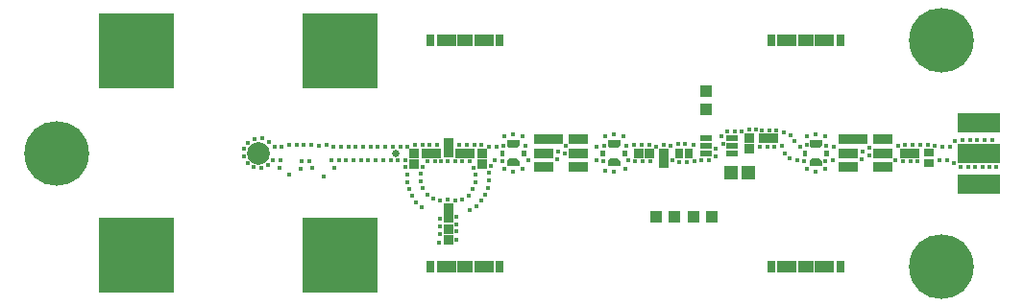
<source format=gbr>
G04*
G04 #@! TF.GenerationSoftware,Altium Limited,Altium Designer,24.9.1 (31)*
G04*
G04 Layer_Color=8388736*
%FSLAX25Y25*%
%MOIN*%
G70*
G04*
G04 #@! TF.SameCoordinates,BE83DA22-E0C5-4DDF-BF2C-7847B46FCBB1*
G04*
G04*
G04 #@! TF.FilePolarity,Negative*
G04*
G01*
G75*
%ADD32R,0.04737X0.04540*%
%ADD33R,0.03398X0.03241*%
%ADD34R,0.03241X0.03398*%
%ADD35R,0.01575X0.01968*%
%ADD36R,0.01968X0.01968*%
%ADD37R,0.03162X0.04343*%
%ADD38R,0.06706X0.04343*%
%ADD39R,0.05524X0.04343*%
%ADD40R,0.03674X0.02808*%
%ADD41R,0.07099X0.03359*%
%ADD42R,0.10052X0.03359*%
%ADD43R,0.14580X0.06706*%
%ADD44R,0.02808X0.03674*%
%ADD45R,0.04147X0.02375*%
%ADD46R,0.26391X0.26391*%
%ADD47R,0.04343X0.04147*%
%ADD48R,0.03950X0.03950*%
%ADD49R,0.04147X0.04343*%
%ADD50C,0.07887*%
%ADD51C,0.22453*%
%ADD52C,0.01575*%
%ADD53C,0.02572*%
G36*
X281299Y61732D02*
X280394Y60827D01*
X277874D01*
X276969Y61732D01*
Y63583D01*
X281299D01*
Y61732D01*
D02*
G37*
G36*
X176296D02*
X175391Y60827D01*
X172871D01*
X171966Y61732D01*
Y63583D01*
X176296D01*
Y61732D01*
D02*
G37*
G36*
X211244Y61732D02*
X210338Y60827D01*
X207818D01*
X206913Y61732D01*
Y63583D01*
X211244D01*
Y61732D01*
D02*
G37*
G36*
X283661Y58071D02*
X282087D01*
Y60039D01*
X283661D01*
Y58071D01*
D02*
G37*
G36*
X276181D02*
X274606D01*
Y60039D01*
X276181D01*
Y58071D01*
D02*
G37*
G36*
X178658D02*
X177084D01*
Y60039D01*
X178658D01*
Y58071D01*
D02*
G37*
G36*
X171178D02*
X169603D01*
Y60039D01*
X171178D01*
Y58071D01*
D02*
G37*
G36*
X213606Y58071D02*
X212031D01*
Y60039D01*
X213606D01*
Y58071D01*
D02*
G37*
G36*
X206125D02*
X204551D01*
Y60039D01*
X206125D01*
Y58071D01*
D02*
G37*
G36*
X281299Y56378D02*
Y54528D01*
X276969D01*
Y56378D01*
X277874Y57284D01*
X280394D01*
X281299Y56378D01*
D02*
G37*
G36*
X176296D02*
Y54528D01*
X171966D01*
Y56378D01*
X172871Y57284D01*
X175391D01*
X176296Y56378D01*
D02*
G37*
G36*
X211244Y56378D02*
Y54527D01*
X206913D01*
Y56378D01*
X207818Y57284D01*
X210338D01*
X211244Y56378D01*
D02*
G37*
D32*
X249803Y52362D02*
D03*
X255709D02*
D03*
D33*
X261080Y64173D02*
D03*
X264544D02*
D03*
X217796Y59055D02*
D03*
X221260D02*
D03*
X310079D02*
D03*
X313543D02*
D03*
X155748Y59055D02*
D03*
X159213D02*
D03*
X143937D02*
D03*
X147402D02*
D03*
D34*
X255906Y60709D02*
D03*
Y64173D02*
D03*
X226434Y55590D02*
D03*
Y59055D02*
D03*
X163386Y58819D02*
D03*
Y55354D02*
D03*
X151575Y62756D02*
D03*
Y59291D02*
D03*
Y36614D02*
D03*
Y40079D02*
D03*
Y28976D02*
D03*
Y32441D02*
D03*
X139764Y58819D02*
D03*
Y55354D02*
D03*
D35*
X177871Y59055D02*
D03*
X170391D02*
D03*
X275394D02*
D03*
X282874D02*
D03*
X212818Y59055D02*
D03*
X205338D02*
D03*
D36*
X174131Y62402D02*
D03*
Y55709D02*
D03*
X279134D02*
D03*
Y62402D02*
D03*
X209078Y62402D02*
D03*
Y55709D02*
D03*
D37*
X145472Y19685D02*
D03*
X169488D02*
D03*
Y98425D02*
D03*
X145472D02*
D03*
X287598D02*
D03*
X263583D02*
D03*
X287598Y19685D02*
D03*
X263583D02*
D03*
D38*
X150984D02*
D03*
X163976D02*
D03*
Y98425D02*
D03*
X150984D02*
D03*
X282087D02*
D03*
X269094D02*
D03*
X282087Y19685D02*
D03*
X269094D02*
D03*
D39*
X157480D02*
D03*
Y98425D02*
D03*
X275590D02*
D03*
Y19685D02*
D03*
D40*
X318504Y55512D02*
D03*
Y59134D02*
D03*
D41*
X302461Y63779D02*
D03*
Y59055D02*
D03*
Y54331D02*
D03*
X290453D02*
D03*
Y59055D02*
D03*
X184843D02*
D03*
Y54331D02*
D03*
X196850D02*
D03*
Y59055D02*
D03*
Y63779D02*
D03*
D42*
X291929D02*
D03*
X186319D02*
D03*
D43*
X335630Y69685D02*
D03*
Y48425D02*
D03*
Y59055D02*
D03*
D44*
X235211D02*
D03*
X231589D02*
D03*
D45*
X241055Y64173D02*
D03*
Y61614D02*
D03*
Y59055D02*
D03*
X249913Y64173D02*
D03*
Y61614D02*
D03*
Y59055D02*
D03*
D46*
X114173Y94488D02*
D03*
Y23622D02*
D03*
X43307Y94488D02*
D03*
Y23622D02*
D03*
D47*
X240945Y74410D02*
D03*
Y80512D02*
D03*
D48*
X223760Y36957D02*
D03*
X230059D02*
D03*
D49*
X242961D02*
D03*
X236858D02*
D03*
D50*
X85827Y59055D02*
D03*
D51*
X322835Y19685D02*
D03*
Y98425D02*
D03*
X15748Y59055D02*
D03*
D52*
X341600Y54400D02*
D03*
X154500Y29000D02*
D03*
X148500Y28000D02*
D03*
X112000Y54000D02*
D03*
X104500D02*
D03*
X108500Y51000D02*
D03*
X100500Y53500D02*
D03*
X93000Y54000D02*
D03*
X96500Y51500D02*
D03*
X177500Y53500D02*
D03*
X171000D02*
D03*
X174000Y52500D02*
D03*
X177500Y65000D02*
D03*
X171000D02*
D03*
X174000Y65500D02*
D03*
X282500Y65000D02*
D03*
X276000D02*
D03*
X279000Y65500D02*
D03*
X282500Y53500D02*
D03*
X276000D02*
D03*
X279000Y52500D02*
D03*
X212500Y65000D02*
D03*
X206000D02*
D03*
X209000Y65500D02*
D03*
X206000Y53000D02*
D03*
X213000Y53500D02*
D03*
X209000Y52500D02*
D03*
X151500Y56300D02*
D03*
X153936Y56251D02*
D03*
X156508Y56149D02*
D03*
X159083D02*
D03*
X160492Y53993D02*
D03*
X161061Y51482D02*
D03*
X160981Y48909D02*
D03*
X160157Y46469D02*
D03*
X158592Y44425D02*
D03*
X156441Y43011D02*
D03*
X153894Y42633D02*
D03*
X151355Y43064D02*
D03*
X148853Y42458D02*
D03*
X146383Y43185D02*
D03*
X144278Y44668D02*
D03*
X142821Y46790D02*
D03*
X142133Y49272D02*
D03*
X142089Y51846D02*
D03*
X142670Y54354D02*
D03*
X144517Y56149D02*
D03*
X147092D02*
D03*
X149200Y56100D02*
D03*
X192475Y61476D02*
D03*
X192015Y58943D02*
D03*
X202903Y56730D02*
D03*
X205455Y56385D02*
D03*
X205720Y61725D02*
D03*
X203169Y61380D02*
D03*
X178359Y61725D02*
D03*
X179341Y56538D02*
D03*
X189444Y56973D02*
D03*
X189678Y59537D02*
D03*
X285346Y61380D02*
D03*
X282795Y61725D02*
D03*
X282441Y56385D02*
D03*
X284993Y56730D02*
D03*
X295055Y56973D02*
D03*
X295288Y59537D02*
D03*
X340310Y63694D02*
D03*
X337736D02*
D03*
X335161D02*
D03*
X332586D02*
D03*
X330011D02*
D03*
X327499Y63127D02*
D03*
X325608Y61380D02*
D03*
X323033D02*
D03*
X320480Y61716D02*
D03*
X317908Y61824D02*
D03*
X315333Y61864D02*
D03*
X312760Y61962D02*
D03*
X310186D02*
D03*
X307651Y61510D02*
D03*
X297716Y60790D02*
D03*
X297625Y58217D02*
D03*
X306804Y56586D02*
D03*
X309341Y56149D02*
D03*
X311915Y56214D02*
D03*
X314489Y56149D02*
D03*
X322180Y56730D02*
D03*
X324755D02*
D03*
X327128Y55731D02*
D03*
X329342Y54416D02*
D03*
X331917D02*
D03*
X334492D02*
D03*
X337066D02*
D03*
X339300Y54400D02*
D03*
X233890Y62115D02*
D03*
X231316Y62178D02*
D03*
X228814Y61568D02*
D03*
X226283Y62040D02*
D03*
X223784Y61419D02*
D03*
X221268Y61962D02*
D03*
X218693D02*
D03*
X216119Y61886D02*
D03*
X213549Y61725D02*
D03*
X213985Y56460D02*
D03*
X216541Y56149D02*
D03*
X219116Y56153D02*
D03*
X221691Y56149D02*
D03*
X229343Y56501D02*
D03*
X231854Y55932D02*
D03*
X234429D02*
D03*
X236995Y56150D02*
D03*
X239533Y56582D02*
D03*
X242108D02*
D03*
X244335Y57873D02*
D03*
X244293Y60448D02*
D03*
X236860Y62050D02*
D03*
X84229Y64053D02*
D03*
X82048Y62684D02*
D03*
X80781Y60443D02*
D03*
X80717Y57869D02*
D03*
X81900Y55582D02*
D03*
X84032Y54138D02*
D03*
X86594Y53882D02*
D03*
X88969Y54875D02*
D03*
X90755Y56730D02*
D03*
X93330D02*
D03*
X100884Y56149D02*
D03*
X103458D02*
D03*
X110994Y56730D02*
D03*
X113568D02*
D03*
X116143D02*
D03*
X118718D02*
D03*
X121293D02*
D03*
X123868D02*
D03*
X126443D02*
D03*
X129017D02*
D03*
X131592D02*
D03*
X134162Y56577D02*
D03*
X136732Y56730D02*
D03*
X136857Y54158D02*
D03*
X137439Y51650D02*
D03*
X137528Y49077D02*
D03*
X137987Y46543D02*
D03*
X138986Y44170D02*
D03*
X140466Y42063D02*
D03*
X142328Y40285D02*
D03*
X148668Y36188D02*
D03*
Y33613D02*
D03*
X148689Y31039D02*
D03*
X154481Y31839D02*
D03*
X154337Y34409D02*
D03*
X154481Y36980D02*
D03*
X159117Y39192D02*
D03*
X161243Y40645D02*
D03*
X163044Y42484D02*
D03*
X164428Y44656D02*
D03*
X165292Y47081D02*
D03*
X165665Y49629D02*
D03*
X165711Y52203D02*
D03*
X166292Y54712D02*
D03*
X167891Y56730D02*
D03*
X170443Y56385D02*
D03*
X170863Y61725D02*
D03*
X168312Y61380D02*
D03*
X165737D02*
D03*
X163197Y61804D02*
D03*
X160626Y61939D02*
D03*
X158051Y61962D02*
D03*
X155477D02*
D03*
X147788D02*
D03*
X145213D02*
D03*
X142638D02*
D03*
X140068Y61804D02*
D03*
X137522Y61424D02*
D03*
X134947Y61380D02*
D03*
X132372D02*
D03*
X129798D02*
D03*
X127223D02*
D03*
X124648D02*
D03*
X122073D02*
D03*
X119498D02*
D03*
X116924D02*
D03*
X114349D02*
D03*
X111774D02*
D03*
X109234Y61804D02*
D03*
X106661Y61727D02*
D03*
X104096Y61962D02*
D03*
X101522D02*
D03*
X98948Y61885D02*
D03*
X96374Y61804D02*
D03*
X93835Y61380D02*
D03*
X91260D02*
D03*
X89265Y63008D02*
D03*
X86972Y64179D02*
D03*
X256093Y67158D02*
D03*
X253558Y66708D02*
D03*
X250984Y66647D02*
D03*
X248409D02*
D03*
X246554Y64861D02*
D03*
X246964Y62319D02*
D03*
X259694Y61284D02*
D03*
X262269Y61267D02*
D03*
X264844D02*
D03*
X267411Y61465D02*
D03*
X268235Y59026D02*
D03*
X270155Y57311D02*
D03*
X272664Y56730D02*
D03*
X275215Y56385D02*
D03*
X275900Y61800D02*
D03*
X273570Y61380D02*
D03*
X271760Y63212D02*
D03*
X270328Y65352D02*
D03*
X267978Y66404D02*
D03*
X265493Y67080D02*
D03*
X262919Y67015D02*
D03*
X260346Y67080D02*
D03*
X258300Y67100D02*
D03*
D53*
X133465Y59055D02*
D03*
M02*

</source>
